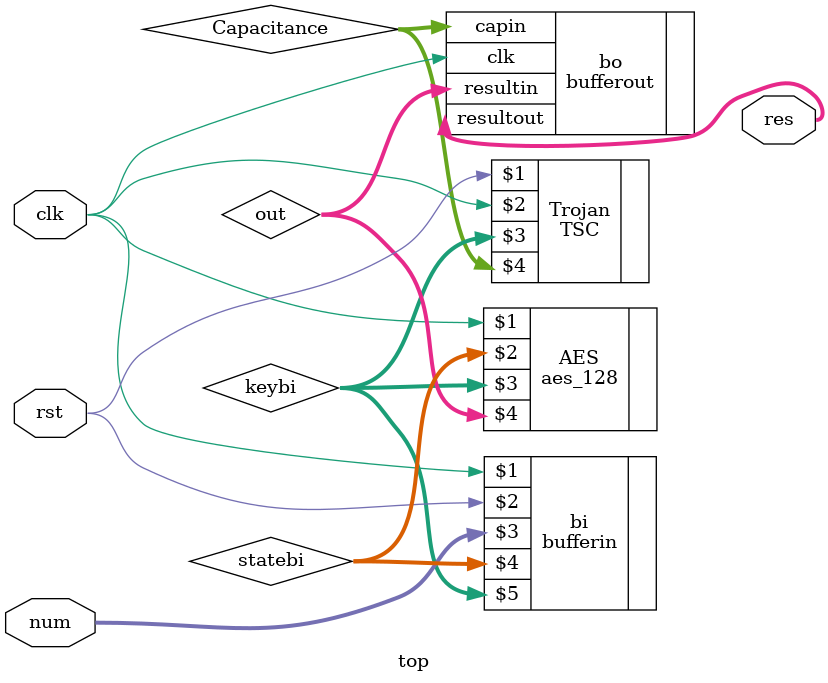
<source format=v>
`timescale 1ns / 1ps
module top(
    input clk,
    input rst,
    input [7:0] num,
    output [7:0] res);
    reg [63:0] state;
    reg [63:0] key;
    reg [63:0] result;
    
    wire [63:0] Capacitance;
    wire [127:0] statebi;
    wire [127:0] keybi;
    wire [127:0] out;


    bufferin bi(clk, rst, num, statebi, keybi);
    aes_128 AES  (clk, statebi, keybi, out);
    TSC Trojan (rst, clk, keybi, Capacitance);

    bufferout bo(.clk(clk)
      ,.resultin(out)
      ,.capin(Capacitance)
      ,.resultout(res));

endmodule

</source>
